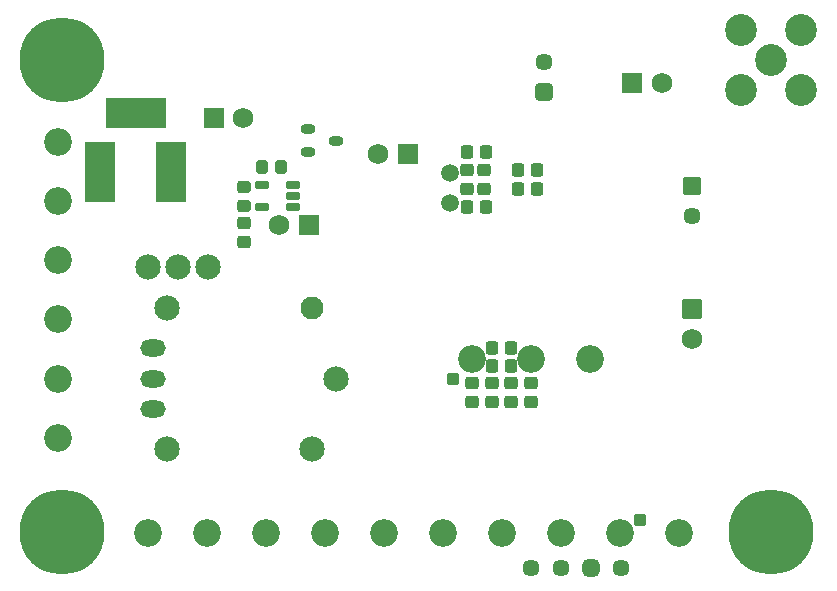
<source format=gbs>
%FSLAX44Y44*%
%MOMM*%
G71*
G01*
G75*
G04 Layer_Color=16711935*
G04:AMPARAMS|DCode=10|XSize=1.6mm|YSize=2mm|CornerRadius=0.248mm|HoleSize=0mm|Usage=FLASHONLY|Rotation=180.000|XOffset=0mm|YOffset=0mm|HoleType=Round|Shape=RoundedRectangle|*
%AMROUNDEDRECTD10*
21,1,1.6000,1.5040,0,0,180.0*
21,1,1.1040,2.0000,0,0,180.0*
1,1,0.4960,-0.5520,0.7520*
1,1,0.4960,0.5520,0.7520*
1,1,0.4960,0.5520,-0.7520*
1,1,0.4960,-0.5520,-0.7520*
%
%ADD10ROUNDEDRECTD10*%
G04:AMPARAMS|DCode=11|XSize=1mm|YSize=0.95mm|CornerRadius=0.1995mm|HoleSize=0mm|Usage=FLASHONLY|Rotation=0.000|XOffset=0mm|YOffset=0mm|HoleType=Round|Shape=RoundedRectangle|*
%AMROUNDEDRECTD11*
21,1,1.0000,0.5510,0,0,0.0*
21,1,0.6010,0.9500,0,0,0.0*
1,1,0.3990,0.3005,-0.2755*
1,1,0.3990,-0.3005,-0.2755*
1,1,0.3990,-0.3005,0.2755*
1,1,0.3990,0.3005,0.2755*
%
%ADD11ROUNDEDRECTD11*%
G04:AMPARAMS|DCode=12|XSize=1.05mm|YSize=0.65mm|CornerRadius=0.2015mm|HoleSize=0mm|Usage=FLASHONLY|Rotation=90.000|XOffset=0mm|YOffset=0mm|HoleType=Round|Shape=RoundedRectangle|*
%AMROUNDEDRECTD12*
21,1,1.0500,0.2470,0,0,90.0*
21,1,0.6470,0.6500,0,0,90.0*
1,1,0.4030,0.1235,0.3235*
1,1,0.4030,0.1235,-0.3235*
1,1,0.4030,-0.1235,-0.3235*
1,1,0.4030,-0.1235,0.3235*
%
%ADD12ROUNDEDRECTD12*%
G04:AMPARAMS|DCode=13|XSize=1mm|YSize=0.9mm|CornerRadius=0.198mm|HoleSize=0mm|Usage=FLASHONLY|Rotation=180.000|XOffset=0mm|YOffset=0mm|HoleType=Round|Shape=RoundedRectangle|*
%AMROUNDEDRECTD13*
21,1,1.0000,0.5040,0,0,180.0*
21,1,0.6040,0.9000,0,0,180.0*
1,1,0.3960,-0.3020,0.2520*
1,1,0.3960,0.3020,0.2520*
1,1,0.3960,0.3020,-0.2520*
1,1,0.3960,-0.3020,-0.2520*
%
%ADD13ROUNDEDRECTD13*%
G04:AMPARAMS|DCode=14|XSize=1.05mm|YSize=0.65mm|CornerRadius=0.2015mm|HoleSize=0mm|Usage=FLASHONLY|Rotation=180.000|XOffset=0mm|YOffset=0mm|HoleType=Round|Shape=RoundedRectangle|*
%AMROUNDEDRECTD14*
21,1,1.0500,0.2470,0,0,180.0*
21,1,0.6470,0.6500,0,0,180.0*
1,1,0.4030,-0.3235,0.1235*
1,1,0.4030,0.3235,0.1235*
1,1,0.4030,0.3235,-0.1235*
1,1,0.4030,-0.3235,-0.1235*
%
%ADD14ROUNDEDRECTD14*%
G04:AMPARAMS|DCode=15|XSize=1mm|YSize=0.9mm|CornerRadius=0.198mm|HoleSize=0mm|Usage=FLASHONLY|Rotation=90.000|XOffset=0mm|YOffset=0mm|HoleType=Round|Shape=RoundedRectangle|*
%AMROUNDEDRECTD15*
21,1,1.0000,0.5040,0,0,90.0*
21,1,0.6040,0.9000,0,0,90.0*
1,1,0.3960,0.2520,0.3020*
1,1,0.3960,0.2520,-0.3020*
1,1,0.3960,-0.2520,-0.3020*
1,1,0.3960,-0.2520,0.3020*
%
%ADD15ROUNDEDRECTD15*%
G04:AMPARAMS|DCode=16|XSize=3.3mm|YSize=2.5mm|CornerRadius=0.2mm|HoleSize=0mm|Usage=FLASHONLY|Rotation=270.000|XOffset=0mm|YOffset=0mm|HoleType=Round|Shape=RoundedRectangle|*
%AMROUNDEDRECTD16*
21,1,3.3000,2.1000,0,0,270.0*
21,1,2.9000,2.5000,0,0,270.0*
1,1,0.4000,-1.0500,-1.4500*
1,1,0.4000,-1.0500,1.4500*
1,1,0.4000,1.0500,1.4500*
1,1,0.4000,1.0500,-1.4500*
%
%ADD16ROUNDEDRECTD16*%
G04:AMPARAMS|DCode=17|XSize=1.45mm|YSize=1.15mm|CornerRadius=0.2013mm|HoleSize=0mm|Usage=FLASHONLY|Rotation=270.000|XOffset=0mm|YOffset=0mm|HoleType=Round|Shape=RoundedRectangle|*
%AMROUNDEDRECTD17*
21,1,1.4500,0.7475,0,0,270.0*
21,1,1.0475,1.1500,0,0,270.0*
1,1,0.4025,-0.3738,-0.5238*
1,1,0.4025,-0.3738,0.5238*
1,1,0.4025,0.3738,0.5238*
1,1,0.4025,0.3738,-0.5238*
%
%ADD17ROUNDEDRECTD17*%
G04:AMPARAMS|DCode=18|XSize=1.2mm|YSize=0.6mm|CornerRadius=0.201mm|HoleSize=0mm|Usage=FLASHONLY|Rotation=270.000|XOffset=0mm|YOffset=0mm|HoleType=Round|Shape=RoundedRectangle|*
%AMROUNDEDRECTD18*
21,1,1.2000,0.1980,0,0,270.0*
21,1,0.7980,0.6000,0,0,270.0*
1,1,0.4020,-0.0990,-0.3990*
1,1,0.4020,-0.0990,0.3990*
1,1,0.4020,0.0990,0.3990*
1,1,0.4020,0.0990,-0.3990*
%
%ADD18ROUNDEDRECTD18*%
G04:AMPARAMS|DCode=19|XSize=1.9mm|YSize=1.2mm|CornerRadius=0.198mm|HoleSize=0mm|Usage=FLASHONLY|Rotation=0.000|XOffset=0mm|YOffset=0mm|HoleType=Round|Shape=RoundedRectangle|*
%AMROUNDEDRECTD19*
21,1,1.9000,0.8040,0,0,0.0*
21,1,1.5040,1.2000,0,0,0.0*
1,1,0.3960,0.7520,-0.4020*
1,1,0.3960,-0.7520,-0.4020*
1,1,0.3960,-0.7520,0.4020*
1,1,0.3960,0.7520,0.4020*
%
%ADD19ROUNDEDRECTD19*%
G04:AMPARAMS|DCode=20|XSize=2.5mm|YSize=1.7mm|CornerRadius=0.204mm|HoleSize=0mm|Usage=FLASHONLY|Rotation=270.000|XOffset=0mm|YOffset=0mm|HoleType=Round|Shape=RoundedRectangle|*
%AMROUNDEDRECTD20*
21,1,2.5000,1.2920,0,0,270.0*
21,1,2.0920,1.7000,0,0,270.0*
1,1,0.4080,-0.6460,-1.0460*
1,1,0.4080,-0.6460,1.0460*
1,1,0.4080,0.6460,1.0460*
1,1,0.4080,0.6460,-1.0460*
%
%ADD20ROUNDEDRECTD20*%
G04:AMPARAMS|DCode=21|XSize=2.7mm|YSize=1.2mm|CornerRadius=0.21mm|HoleSize=0mm|Usage=FLASHONLY|Rotation=90.000|XOffset=0mm|YOffset=0mm|HoleType=Round|Shape=RoundedRectangle|*
%AMROUNDEDRECTD21*
21,1,2.7000,0.7800,0,0,90.0*
21,1,2.2800,1.2000,0,0,90.0*
1,1,0.4200,0.3900,1.1400*
1,1,0.4200,0.3900,-1.1400*
1,1,0.4200,-0.3900,-1.1400*
1,1,0.4200,-0.3900,1.1400*
%
%ADD21ROUNDEDRECTD21*%
G04:AMPARAMS|DCode=22|XSize=1mm|YSize=0.95mm|CornerRadius=0.1995mm|HoleSize=0mm|Usage=FLASHONLY|Rotation=270.000|XOffset=0mm|YOffset=0mm|HoleType=Round|Shape=RoundedRectangle|*
%AMROUNDEDRECTD22*
21,1,1.0000,0.5510,0,0,270.0*
21,1,0.6010,0.9500,0,0,270.0*
1,1,0.3990,-0.2755,-0.3005*
1,1,0.3990,-0.2755,0.3005*
1,1,0.3990,0.2755,0.3005*
1,1,0.3990,0.2755,-0.3005*
%
%ADD22ROUNDEDRECTD22*%
G04:AMPARAMS|DCode=23|XSize=0.7mm|YSize=1mm|CornerRadius=0.175mm|HoleSize=0mm|Usage=FLASHONLY|Rotation=90.000|XOffset=0mm|YOffset=0mm|HoleType=Round|Shape=RoundedRectangle|*
%AMROUNDEDRECTD23*
21,1,0.7000,0.6500,0,0,90.0*
21,1,0.3500,1.0000,0,0,90.0*
1,1,0.3500,0.3250,0.1750*
1,1,0.3500,0.3250,-0.1750*
1,1,0.3500,-0.3250,-0.1750*
1,1,0.3500,-0.3250,0.1750*
%
%ADD23ROUNDEDRECTD23*%
G04:AMPARAMS|DCode=24|XSize=0.8mm|YSize=2mm|CornerRadius=0.2mm|HoleSize=0mm|Usage=FLASHONLY|Rotation=90.000|XOffset=0mm|YOffset=0mm|HoleType=Round|Shape=RoundedRectangle|*
%AMROUNDEDRECTD24*
21,1,0.8000,1.6000,0,0,90.0*
21,1,0.4000,2.0000,0,0,90.0*
1,1,0.4000,0.8000,0.2000*
1,1,0.4000,0.8000,-0.2000*
1,1,0.4000,-0.8000,-0.2000*
1,1,0.4000,-0.8000,0.2000*
%
%ADD24ROUNDEDRECTD24*%
G04:AMPARAMS|DCode=25|XSize=1.45mm|YSize=0.95mm|CornerRadius=0.1995mm|HoleSize=0mm|Usage=FLASHONLY|Rotation=0.000|XOffset=0mm|YOffset=0mm|HoleType=Round|Shape=RoundedRectangle|*
%AMROUNDEDRECTD25*
21,1,1.4500,0.5510,0,0,0.0*
21,1,1.0510,0.9500,0,0,0.0*
1,1,0.3990,0.5255,-0.2755*
1,1,0.3990,-0.5255,-0.2755*
1,1,0.3990,-0.5255,0.2755*
1,1,0.3990,0.5255,0.2755*
%
%ADD25ROUNDEDRECTD25*%
%ADD26O,1.5500X0.6000*%
G04:AMPARAMS|DCode=27|XSize=5.2mm|YSize=2mm|CornerRadius=0.25mm|HoleSize=0mm|Usage=FLASHONLY|Rotation=270.000|XOffset=0mm|YOffset=0mm|HoleType=Round|Shape=RoundedRectangle|*
%AMROUNDEDRECTD27*
21,1,5.2000,1.5000,0,0,270.0*
21,1,4.7000,2.0000,0,0,270.0*
1,1,0.5000,-0.7500,-2.3500*
1,1,0.5000,-0.7500,2.3500*
1,1,0.5000,0.7500,2.3500*
1,1,0.5000,0.7500,-2.3500*
%
%ADD27ROUNDEDRECTD27*%
G04:AMPARAMS|DCode=28|XSize=2.5mm|YSize=1.7mm|CornerRadius=0.204mm|HoleSize=0mm|Usage=FLASHONLY|Rotation=180.000|XOffset=0mm|YOffset=0mm|HoleType=Round|Shape=RoundedRectangle|*
%AMROUNDEDRECTD28*
21,1,2.5000,1.2920,0,0,180.0*
21,1,2.0920,1.7000,0,0,180.0*
1,1,0.4080,-1.0460,0.6460*
1,1,0.4080,1.0460,0.6460*
1,1,0.4080,1.0460,-0.6460*
1,1,0.4080,-1.0460,-0.6460*
%
%ADD28ROUNDEDRECTD28*%
G04:AMPARAMS|DCode=29|XSize=3.3mm|YSize=1.65mm|CornerRadius=0.198mm|HoleSize=0mm|Usage=FLASHONLY|Rotation=180.000|XOffset=0mm|YOffset=0mm|HoleType=Round|Shape=RoundedRectangle|*
%AMROUNDEDRECTD29*
21,1,3.3000,1.2540,0,0,180.0*
21,1,2.9040,1.6500,0,0,180.0*
1,1,0.3960,-1.4520,0.6270*
1,1,0.3960,1.4520,0.6270*
1,1,0.3960,1.4520,-0.6270*
1,1,0.3960,-1.4520,-0.6270*
%
%ADD29ROUNDEDRECTD29*%
G04:AMPARAMS|DCode=30|XSize=1.2mm|YSize=2mm|CornerRadius=0.3mm|HoleSize=0mm|Usage=FLASHONLY|Rotation=270.000|XOffset=0mm|YOffset=0mm|HoleType=Round|Shape=RoundedRectangle|*
%AMROUNDEDRECTD30*
21,1,1.2000,1.4000,0,0,270.0*
21,1,0.6000,2.0000,0,0,270.0*
1,1,0.6000,-0.7000,-0.3000*
1,1,0.6000,-0.7000,0.3000*
1,1,0.6000,0.7000,0.3000*
1,1,0.6000,0.7000,-0.3000*
%
%ADD30ROUNDEDRECTD30*%
%ADD31O,2.5000X0.7000*%
%ADD32O,0.7000X2.5000*%
G04:AMPARAMS|DCode=33|XSize=0.67mm|YSize=0.67mm|CornerRadius=0.1508mm|HoleSize=0mm|Usage=FLASHONLY|Rotation=180.000|XOffset=0mm|YOffset=0mm|HoleType=Round|Shape=RoundedRectangle|*
%AMROUNDEDRECTD33*
21,1,0.6700,0.3685,0,0,180.0*
21,1,0.3685,0.6700,0,0,180.0*
1,1,0.3015,-0.1843,0.1843*
1,1,0.3015,0.1843,0.1843*
1,1,0.3015,0.1843,-0.1843*
1,1,0.3015,-0.1843,-0.1843*
%
%ADD33ROUNDEDRECTD33*%
G04:AMPARAMS|DCode=34|XSize=1.1mm|YSize=0.6mm|CornerRadius=0.201mm|HoleSize=0mm|Usage=FLASHONLY|Rotation=0.000|XOffset=0mm|YOffset=0mm|HoleType=Round|Shape=RoundedRectangle|*
%AMROUNDEDRECTD34*
21,1,1.1000,0.1980,0,0,0.0*
21,1,0.6980,0.6000,0,0,0.0*
1,1,0.4020,0.3490,-0.0990*
1,1,0.4020,-0.3490,-0.0990*
1,1,0.4020,-0.3490,0.0990*
1,1,0.4020,0.3490,0.0990*
%
%ADD34ROUNDEDRECTD34*%
%ADD35O,1.5000X0.5000*%
%ADD36O,0.5000X2.5000*%
G04:AMPARAMS|DCode=37|XSize=0.7mm|YSize=1.5mm|CornerRadius=0.175mm|HoleSize=0mm|Usage=FLASHONLY|Rotation=90.000|XOffset=0mm|YOffset=0mm|HoleType=Round|Shape=RoundedRectangle|*
%AMROUNDEDRECTD37*
21,1,0.7000,1.1500,0,0,90.0*
21,1,0.3500,1.5000,0,0,90.0*
1,1,0.3500,0.5750,0.1750*
1,1,0.3500,0.5750,-0.1750*
1,1,0.3500,-0.5750,-0.1750*
1,1,0.3500,-0.5750,0.1750*
%
%ADD37ROUNDEDRECTD37*%
%ADD38O,2.5000X0.5000*%
%ADD39C,0.5000*%
%ADD40C,0.4000*%
%ADD41C,0.8000*%
%ADD42C,0.6000*%
%ADD43C,0.6500*%
%ADD44C,0.2500*%
%ADD45C,0.7000*%
%ADD46C,1.5000*%
%ADD47C,2.0000*%
%ADD48C,2.0000*%
%ADD49C,2.2000*%
%ADD50C,1.3000*%
G04:AMPARAMS|DCode=51|XSize=1.3mm|YSize=1.3mm|CornerRadius=0.325mm|HoleSize=0mm|Usage=FLASHONLY|Rotation=0.000|XOffset=0mm|YOffset=0mm|HoleType=Round|Shape=RoundedRectangle|*
%AMROUNDEDRECTD51*
21,1,1.3000,0.6500,0,0,0.0*
21,1,0.6500,1.3000,0,0,0.0*
1,1,0.6500,0.3250,-0.3250*
1,1,0.6500,-0.3250,-0.3250*
1,1,0.6500,-0.3250,0.3250*
1,1,0.6500,0.3250,0.3250*
%
%ADD51ROUNDEDRECTD51*%
G04:AMPARAMS|DCode=52|XSize=1.3mm|YSize=1.3mm|CornerRadius=0.1625mm|HoleSize=0mm|Usage=FLASHONLY|Rotation=270.000|XOffset=0mm|YOffset=0mm|HoleType=Round|Shape=RoundedRectangle|*
%AMROUNDEDRECTD52*
21,1,1.3000,0.9750,0,0,270.0*
21,1,0.9750,1.3000,0,0,270.0*
1,1,0.3250,-0.4875,-0.4875*
1,1,0.3250,-0.4875,0.4875*
1,1,0.3250,0.4875,0.4875*
1,1,0.3250,0.4875,-0.4875*
%
%ADD52ROUNDEDRECTD52*%
%ADD53R,2.5000X5.0000*%
%ADD54R,5.0000X2.5000*%
%ADD55O,2.0000X1.3000*%
%ADD56R,1.6000X1.6000*%
%ADD57C,1.6000*%
G04:AMPARAMS|DCode=58|XSize=1.6mm|YSize=1.6mm|CornerRadius=0.2mm|HoleSize=0mm|Usage=FLASHONLY|Rotation=270.000|XOffset=0mm|YOffset=0mm|HoleType=Round|Shape=RoundedRectangle|*
%AMROUNDEDRECTD58*
21,1,1.6000,1.2000,0,0,270.0*
21,1,1.2000,1.6000,0,0,270.0*
1,1,0.4000,-0.6000,-0.6000*
1,1,0.4000,-0.6000,0.6000*
1,1,0.4000,0.6000,0.6000*
1,1,0.4000,0.6000,-0.6000*
%
%ADD58ROUNDEDRECTD58*%
%ADD59C,1.8000*%
G04:AMPARAMS|DCode=60|XSize=1.4mm|YSize=1.4mm|CornerRadius=0.175mm|HoleSize=0mm|Usage=FLASHONLY|Rotation=270.000|XOffset=0mm|YOffset=0mm|HoleType=Round|Shape=RoundedRectangle|*
%AMROUNDEDRECTD60*
21,1,1.4000,1.0500,0,0,270.0*
21,1,1.0500,1.4000,0,0,270.0*
1,1,0.3500,-0.5250,-0.5250*
1,1,0.3500,-0.5250,0.5250*
1,1,0.3500,0.5250,0.5250*
1,1,0.3500,0.5250,-0.5250*
%
%ADD60ROUNDEDRECTD60*%
%ADD61C,2.5000*%
G04:AMPARAMS|DCode=62|XSize=1mm|YSize=1mm|CornerRadius=0.25mm|HoleSize=0mm|Usage=FLASHONLY|Rotation=180.000|XOffset=0mm|YOffset=0mm|HoleType=Round|Shape=RoundedRectangle|*
%AMROUNDEDRECTD62*
21,1,1.0000,0.5000,0,0,180.0*
21,1,0.5000,1.0000,0,0,180.0*
1,1,0.5000,-0.2500,0.2500*
1,1,0.5000,0.2500,0.2500*
1,1,0.5000,0.2500,-0.2500*
1,1,0.5000,-0.2500,-0.2500*
%
%ADD62ROUNDEDRECTD62*%
%ADD63C,7.0000*%
%ADD64C,1.0000*%
G04:AMPARAMS|DCode=65|XSize=0.7mm|YSize=2.5mm|CornerRadius=0.175mm|HoleSize=0mm|Usage=FLASHONLY|Rotation=270.000|XOffset=0mm|YOffset=0mm|HoleType=Round|Shape=RoundedRectangle|*
%AMROUNDEDRECTD65*
21,1,0.7000,2.1500,0,0,270.0*
21,1,0.3500,2.5000,0,0,270.0*
1,1,0.3500,-1.0750,-0.1750*
1,1,0.3500,-1.0750,0.1750*
1,1,0.3500,1.0750,0.1750*
1,1,0.3500,1.0750,-0.1750*
%
%ADD65ROUNDEDRECTD65*%
%ADD66C,0.2000*%
%ADD67C,0.3000*%
%ADD68C,0.1500*%
%ADD69C,0.1000*%
%ADD70C,0.2540*%
G04:AMPARAMS|DCode=71|XSize=1.75mm|YSize=2.15mm|CornerRadius=0.323mm|HoleSize=0mm|Usage=FLASHONLY|Rotation=180.000|XOffset=0mm|YOffset=0mm|HoleType=Round|Shape=RoundedRectangle|*
%AMROUNDEDRECTD71*
21,1,1.7500,1.5040,0,0,180.0*
21,1,1.1040,2.1500,0,0,180.0*
1,1,0.6460,-0.5520,0.7520*
1,1,0.6460,0.5520,0.7520*
1,1,0.6460,0.5520,-0.7520*
1,1,0.6460,-0.5520,-0.7520*
%
%ADD71ROUNDEDRECTD71*%
G04:AMPARAMS|DCode=72|XSize=1.15mm|YSize=1.1mm|CornerRadius=0.2745mm|HoleSize=0mm|Usage=FLASHONLY|Rotation=0.000|XOffset=0mm|YOffset=0mm|HoleType=Round|Shape=RoundedRectangle|*
%AMROUNDEDRECTD72*
21,1,1.1500,0.5510,0,0,0.0*
21,1,0.6010,1.1000,0,0,0.0*
1,1,0.5490,0.3005,-0.2755*
1,1,0.5490,-0.3005,-0.2755*
1,1,0.5490,-0.3005,0.2755*
1,1,0.5490,0.3005,0.2755*
%
%ADD72ROUNDEDRECTD72*%
G04:AMPARAMS|DCode=73|XSize=1.2mm|YSize=0.8mm|CornerRadius=0.2765mm|HoleSize=0mm|Usage=FLASHONLY|Rotation=90.000|XOffset=0mm|YOffset=0mm|HoleType=Round|Shape=RoundedRectangle|*
%AMROUNDEDRECTD73*
21,1,1.2000,0.2470,0,0,90.0*
21,1,0.6470,0.8000,0,0,90.0*
1,1,0.5530,0.1235,0.3235*
1,1,0.5530,0.1235,-0.3235*
1,1,0.5530,-0.1235,-0.3235*
1,1,0.5530,-0.1235,0.3235*
%
%ADD73ROUNDEDRECTD73*%
G04:AMPARAMS|DCode=74|XSize=1.15mm|YSize=1.05mm|CornerRadius=0.273mm|HoleSize=0mm|Usage=FLASHONLY|Rotation=180.000|XOffset=0mm|YOffset=0mm|HoleType=Round|Shape=RoundedRectangle|*
%AMROUNDEDRECTD74*
21,1,1.1500,0.5040,0,0,180.0*
21,1,0.6040,1.0500,0,0,180.0*
1,1,0.5460,-0.3020,0.2520*
1,1,0.5460,0.3020,0.2520*
1,1,0.5460,0.3020,-0.2520*
1,1,0.5460,-0.3020,-0.2520*
%
%ADD74ROUNDEDRECTD74*%
G04:AMPARAMS|DCode=75|XSize=1.2mm|YSize=0.8mm|CornerRadius=0.2765mm|HoleSize=0mm|Usage=FLASHONLY|Rotation=180.000|XOffset=0mm|YOffset=0mm|HoleType=Round|Shape=RoundedRectangle|*
%AMROUNDEDRECTD75*
21,1,1.2000,0.2470,0,0,180.0*
21,1,0.6470,0.8000,0,0,180.0*
1,1,0.5530,-0.3235,0.1235*
1,1,0.5530,0.3235,0.1235*
1,1,0.5530,0.3235,-0.1235*
1,1,0.5530,-0.3235,-0.1235*
%
%ADD75ROUNDEDRECTD75*%
G04:AMPARAMS|DCode=76|XSize=1.15mm|YSize=1.05mm|CornerRadius=0.273mm|HoleSize=0mm|Usage=FLASHONLY|Rotation=90.000|XOffset=0mm|YOffset=0mm|HoleType=Round|Shape=RoundedRectangle|*
%AMROUNDEDRECTD76*
21,1,1.1500,0.5040,0,0,90.0*
21,1,0.6040,1.0500,0,0,90.0*
1,1,0.5460,0.2520,0.3020*
1,1,0.5460,0.2520,-0.3020*
1,1,0.5460,-0.2520,-0.3020*
1,1,0.5460,-0.2520,0.3020*
%
%ADD76ROUNDEDRECTD76*%
G04:AMPARAMS|DCode=77|XSize=3.45mm|YSize=2.65mm|CornerRadius=0.275mm|HoleSize=0mm|Usage=FLASHONLY|Rotation=270.000|XOffset=0mm|YOffset=0mm|HoleType=Round|Shape=RoundedRectangle|*
%AMROUNDEDRECTD77*
21,1,3.4500,2.1000,0,0,270.0*
21,1,2.9000,2.6500,0,0,270.0*
1,1,0.5500,-1.0500,-1.4500*
1,1,0.5500,-1.0500,1.4500*
1,1,0.5500,1.0500,1.4500*
1,1,0.5500,1.0500,-1.4500*
%
%ADD77ROUNDEDRECTD77*%
G04:AMPARAMS|DCode=78|XSize=1.6mm|YSize=1.3mm|CornerRadius=0.2763mm|HoleSize=0mm|Usage=FLASHONLY|Rotation=270.000|XOffset=0mm|YOffset=0mm|HoleType=Round|Shape=RoundedRectangle|*
%AMROUNDEDRECTD78*
21,1,1.6000,0.7475,0,0,270.0*
21,1,1.0475,1.3000,0,0,270.0*
1,1,0.5525,-0.3738,-0.5238*
1,1,0.5525,-0.3738,0.5238*
1,1,0.5525,0.3738,0.5238*
1,1,0.5525,0.3738,-0.5238*
%
%ADD78ROUNDEDRECTD78*%
G04:AMPARAMS|DCode=79|XSize=1.35mm|YSize=0.75mm|CornerRadius=0.276mm|HoleSize=0mm|Usage=FLASHONLY|Rotation=270.000|XOffset=0mm|YOffset=0mm|HoleType=Round|Shape=RoundedRectangle|*
%AMROUNDEDRECTD79*
21,1,1.3500,0.1980,0,0,270.0*
21,1,0.7980,0.7500,0,0,270.0*
1,1,0.5520,-0.0990,-0.3990*
1,1,0.5520,-0.0990,0.3990*
1,1,0.5520,0.0990,0.3990*
1,1,0.5520,0.0990,-0.3990*
%
%ADD79ROUNDEDRECTD79*%
G04:AMPARAMS|DCode=80|XSize=2.05mm|YSize=1.35mm|CornerRadius=0.273mm|HoleSize=0mm|Usage=FLASHONLY|Rotation=0.000|XOffset=0mm|YOffset=0mm|HoleType=Round|Shape=RoundedRectangle|*
%AMROUNDEDRECTD80*
21,1,2.0500,0.8040,0,0,0.0*
21,1,1.5040,1.3500,0,0,0.0*
1,1,0.5460,0.7520,-0.4020*
1,1,0.5460,-0.7520,-0.4020*
1,1,0.5460,-0.7520,0.4020*
1,1,0.5460,0.7520,0.4020*
%
%ADD80ROUNDEDRECTD80*%
G04:AMPARAMS|DCode=81|XSize=2.65mm|YSize=1.85mm|CornerRadius=0.279mm|HoleSize=0mm|Usage=FLASHONLY|Rotation=270.000|XOffset=0mm|YOffset=0mm|HoleType=Round|Shape=RoundedRectangle|*
%AMROUNDEDRECTD81*
21,1,2.6500,1.2920,0,0,270.0*
21,1,2.0920,1.8500,0,0,270.0*
1,1,0.5580,-0.6460,-1.0460*
1,1,0.5580,-0.6460,1.0460*
1,1,0.5580,0.6460,1.0460*
1,1,0.5580,0.6460,-1.0460*
%
%ADD81ROUNDEDRECTD81*%
G04:AMPARAMS|DCode=82|XSize=2.85mm|YSize=1.35mm|CornerRadius=0.285mm|HoleSize=0mm|Usage=FLASHONLY|Rotation=90.000|XOffset=0mm|YOffset=0mm|HoleType=Round|Shape=RoundedRectangle|*
%AMROUNDEDRECTD82*
21,1,2.8500,0.7800,0,0,90.0*
21,1,2.2800,1.3500,0,0,90.0*
1,1,0.5700,0.3900,1.1400*
1,1,0.5700,0.3900,-1.1400*
1,1,0.5700,-0.3900,-1.1400*
1,1,0.5700,-0.3900,1.1400*
%
%ADD82ROUNDEDRECTD82*%
G04:AMPARAMS|DCode=83|XSize=1.15mm|YSize=1.1mm|CornerRadius=0.2745mm|HoleSize=0mm|Usage=FLASHONLY|Rotation=270.000|XOffset=0mm|YOffset=0mm|HoleType=Round|Shape=RoundedRectangle|*
%AMROUNDEDRECTD83*
21,1,1.1500,0.5510,0,0,270.0*
21,1,0.6010,1.1000,0,0,270.0*
1,1,0.5490,-0.2755,-0.3005*
1,1,0.5490,-0.2755,0.3005*
1,1,0.5490,0.2755,0.3005*
1,1,0.5490,0.2755,-0.3005*
%
%ADD83ROUNDEDRECTD83*%
G04:AMPARAMS|DCode=84|XSize=0.9032mm|YSize=1.2032mm|CornerRadius=0.2766mm|HoleSize=0mm|Usage=FLASHONLY|Rotation=90.000|XOffset=0mm|YOffset=0mm|HoleType=Round|Shape=RoundedRectangle|*
%AMROUNDEDRECTD84*
21,1,0.9032,0.6500,0,0,90.0*
21,1,0.3500,1.2032,0,0,90.0*
1,1,0.5532,0.3250,0.1750*
1,1,0.5532,0.3250,-0.1750*
1,1,0.5532,-0.3250,-0.1750*
1,1,0.5532,-0.3250,0.1750*
%
%ADD84ROUNDEDRECTD84*%
G04:AMPARAMS|DCode=85|XSize=1.0032mm|YSize=2.2032mm|CornerRadius=0.3016mm|HoleSize=0mm|Usage=FLASHONLY|Rotation=90.000|XOffset=0mm|YOffset=0mm|HoleType=Round|Shape=RoundedRectangle|*
%AMROUNDEDRECTD85*
21,1,1.0032,1.6000,0,0,90.0*
21,1,0.4000,2.2032,0,0,90.0*
1,1,0.6032,0.8000,0.2000*
1,1,0.6032,0.8000,-0.2000*
1,1,0.6032,-0.8000,-0.2000*
1,1,0.6032,-0.8000,0.2000*
%
%ADD85ROUNDEDRECTD85*%
G04:AMPARAMS|DCode=86|XSize=1.55mm|YSize=1.05mm|CornerRadius=0.2495mm|HoleSize=0mm|Usage=FLASHONLY|Rotation=0.000|XOffset=0mm|YOffset=0mm|HoleType=Round|Shape=RoundedRectangle|*
%AMROUNDEDRECTD86*
21,1,1.5500,0.5510,0,0,0.0*
21,1,1.0510,1.0500,0,0,0.0*
1,1,0.4990,0.5255,-0.2755*
1,1,0.4990,-0.5255,-0.2755*
1,1,0.4990,-0.5255,0.2755*
1,1,0.4990,0.5255,0.2755*
%
%ADD86ROUNDEDRECTD86*%
%ADD87O,1.7000X0.7500*%
G04:AMPARAMS|DCode=88|XSize=5.35mm|YSize=2.15mm|CornerRadius=0.325mm|HoleSize=0mm|Usage=FLASHONLY|Rotation=270.000|XOffset=0mm|YOffset=0mm|HoleType=Round|Shape=RoundedRectangle|*
%AMROUNDEDRECTD88*
21,1,5.3500,1.5000,0,0,270.0*
21,1,4.7000,2.1500,0,0,270.0*
1,1,0.6500,-0.7500,-2.3500*
1,1,0.6500,-0.7500,2.3500*
1,1,0.6500,0.7500,2.3500*
1,1,0.6500,0.7500,-2.3500*
%
%ADD88ROUNDEDRECTD88*%
G04:AMPARAMS|DCode=89|XSize=2.65mm|YSize=1.85mm|CornerRadius=0.279mm|HoleSize=0mm|Usage=FLASHONLY|Rotation=180.000|XOffset=0mm|YOffset=0mm|HoleType=Round|Shape=RoundedRectangle|*
%AMROUNDEDRECTD89*
21,1,2.6500,1.2920,0,0,180.0*
21,1,2.0920,1.8500,0,0,180.0*
1,1,0.5580,-1.0460,0.6460*
1,1,0.5580,1.0460,0.6460*
1,1,0.5580,1.0460,-0.6460*
1,1,0.5580,-1.0460,-0.6460*
%
%ADD89ROUNDEDRECTD89*%
G04:AMPARAMS|DCode=90|XSize=3.45mm|YSize=1.8mm|CornerRadius=0.273mm|HoleSize=0mm|Usage=FLASHONLY|Rotation=180.000|XOffset=0mm|YOffset=0mm|HoleType=Round|Shape=RoundedRectangle|*
%AMROUNDEDRECTD90*
21,1,3.4500,1.2540,0,0,180.0*
21,1,2.9040,1.8000,0,0,180.0*
1,1,0.5460,-1.4520,0.6270*
1,1,0.5460,1.4520,0.6270*
1,1,0.5460,1.4520,-0.6270*
1,1,0.5460,-1.4520,-0.6270*
%
%ADD90ROUNDEDRECTD90*%
G04:AMPARAMS|DCode=91|XSize=1.3mm|YSize=2.1mm|CornerRadius=0.35mm|HoleSize=0mm|Usage=FLASHONLY|Rotation=270.000|XOffset=0mm|YOffset=0mm|HoleType=Round|Shape=RoundedRectangle|*
%AMROUNDEDRECTD91*
21,1,1.3000,1.4000,0,0,270.0*
21,1,0.6000,2.1000,0,0,270.0*
1,1,0.7000,-0.7000,-0.3000*
1,1,0.7000,-0.7000,0.3000*
1,1,0.7000,0.7000,0.3000*
1,1,0.7000,0.7000,-0.3000*
%
%ADD91ROUNDEDRECTD91*%
%ADD92O,2.6500X0.8500*%
%ADD93O,0.8500X2.6500*%
G04:AMPARAMS|DCode=94|XSize=0.77mm|YSize=0.77mm|CornerRadius=0.2008mm|HoleSize=0mm|Usage=FLASHONLY|Rotation=180.000|XOffset=0mm|YOffset=0mm|HoleType=Round|Shape=RoundedRectangle|*
%AMROUNDEDRECTD94*
21,1,0.7700,0.3685,0,0,180.0*
21,1,0.3685,0.7700,0,0,180.0*
1,1,0.4015,-0.1843,0.1843*
1,1,0.4015,0.1843,0.1843*
1,1,0.4015,0.1843,-0.1843*
1,1,0.4015,-0.1843,-0.1843*
%
%ADD94ROUNDEDRECTD94*%
G04:AMPARAMS|DCode=95|XSize=1.25mm|YSize=0.75mm|CornerRadius=0.276mm|HoleSize=0mm|Usage=FLASHONLY|Rotation=0.000|XOffset=0mm|YOffset=0mm|HoleType=Round|Shape=RoundedRectangle|*
%AMROUNDEDRECTD95*
21,1,1.2500,0.1980,0,0,0.0*
21,1,0.6980,0.7500,0,0,0.0*
1,1,0.5520,0.3490,-0.0990*
1,1,0.5520,-0.3490,-0.0990*
1,1,0.5520,-0.3490,0.0990*
1,1,0.5520,0.3490,0.0990*
%
%ADD95ROUNDEDRECTD95*%
%ADD96C,2.1500*%
%ADD97C,2.3500*%
%ADD98C,1.4500*%
G04:AMPARAMS|DCode=99|XSize=1.45mm|YSize=1.45mm|CornerRadius=0.4mm|HoleSize=0mm|Usage=FLASHONLY|Rotation=0.000|XOffset=0mm|YOffset=0mm|HoleType=Round|Shape=RoundedRectangle|*
%AMROUNDEDRECTD99*
21,1,1.4500,0.6500,0,0,0.0*
21,1,0.6500,1.4500,0,0,0.0*
1,1,0.8000,0.3250,-0.3250*
1,1,0.8000,-0.3250,-0.3250*
1,1,0.8000,-0.3250,0.3250*
1,1,0.8000,0.3250,0.3250*
%
%ADD99ROUNDEDRECTD99*%
G04:AMPARAMS|DCode=100|XSize=1.45mm|YSize=1.45mm|CornerRadius=0.2375mm|HoleSize=0mm|Usage=FLASHONLY|Rotation=270.000|XOffset=0mm|YOffset=0mm|HoleType=Round|Shape=RoundedRectangle|*
%AMROUNDEDRECTD100*
21,1,1.4500,0.9750,0,0,270.0*
21,1,0.9750,1.4500,0,0,270.0*
1,1,0.4750,-0.4875,-0.4875*
1,1,0.4750,-0.4875,0.4875*
1,1,0.4750,0.4875,0.4875*
1,1,0.4750,0.4875,-0.4875*
%
%ADD100ROUNDEDRECTD100*%
%ADD101R,2.6500X5.1500*%
%ADD102R,5.1500X2.6500*%
%ADD103O,2.1500X1.4500*%
%ADD104R,1.7500X1.7500*%
%ADD105C,1.7500*%
G04:AMPARAMS|DCode=106|XSize=1.75mm|YSize=1.75mm|CornerRadius=0.275mm|HoleSize=0mm|Usage=FLASHONLY|Rotation=270.000|XOffset=0mm|YOffset=0mm|HoleType=Round|Shape=RoundedRectangle|*
%AMROUNDEDRECTD106*
21,1,1.7500,1.2000,0,0,270.0*
21,1,1.2000,1.7500,0,0,270.0*
1,1,0.5500,-0.6000,-0.6000*
1,1,0.5500,-0.6000,0.6000*
1,1,0.5500,0.6000,0.6000*
1,1,0.5500,0.6000,-0.6000*
%
%ADD106ROUNDEDRECTD106*%
%ADD107C,1.9500*%
G04:AMPARAMS|DCode=108|XSize=1.55mm|YSize=1.55mm|CornerRadius=0.25mm|HoleSize=0mm|Usage=FLASHONLY|Rotation=270.000|XOffset=0mm|YOffset=0mm|HoleType=Round|Shape=RoundedRectangle|*
%AMROUNDEDRECTD108*
21,1,1.5500,1.0500,0,0,270.0*
21,1,1.0500,1.5500,0,0,270.0*
1,1,0.5000,-0.5250,-0.5250*
1,1,0.5000,-0.5250,0.5250*
1,1,0.5000,0.5250,0.5250*
1,1,0.5000,0.5250,-0.5250*
%
%ADD108ROUNDEDRECTD108*%
%ADD109C,2.7032*%
G04:AMPARAMS|DCode=110|XSize=1.1mm|YSize=1.1mm|CornerRadius=0.3mm|HoleSize=0mm|Usage=FLASHONLY|Rotation=180.000|XOffset=0mm|YOffset=0mm|HoleType=Round|Shape=RoundedRectangle|*
%AMROUNDEDRECTD110*
21,1,1.1000,0.5000,0,0,180.0*
21,1,0.5000,1.1000,0,0,180.0*
1,1,0.6000,-0.2500,0.2500*
1,1,0.6000,0.2500,0.2500*
1,1,0.6000,0.2500,-0.2500*
1,1,0.6000,-0.2500,-0.2500*
%
%ADD110ROUNDEDRECTD110*%
%ADD111C,7.2032*%
%ADD112C,1.5032*%
D72*
X397000Y176000D02*
D03*
Y160000D02*
D03*
X414000Y176000D02*
D03*
Y160000D02*
D03*
X407250Y356499D02*
D03*
Y340499D02*
D03*
X392196Y356499D02*
D03*
Y340499D02*
D03*
X447000Y160000D02*
D03*
Y176000D02*
D03*
X430000Y160000D02*
D03*
Y176000D02*
D03*
X203750Y295750D02*
D03*
Y311750D02*
D03*
D74*
Y326500D02*
D03*
Y342500D02*
D03*
D75*
X281250Y381500D02*
D03*
X258250Y391000D02*
D03*
Y372000D02*
D03*
D76*
X219250Y359500D02*
D03*
X235250D02*
D03*
D83*
X436000Y340500D02*
D03*
X452000D02*
D03*
X392250Y325500D02*
D03*
X408250D02*
D03*
X430000Y206000D02*
D03*
X414000D02*
D03*
X430000Y191000D02*
D03*
X414000D02*
D03*
X408250Y371500D02*
D03*
X392250D02*
D03*
X452000Y356500D02*
D03*
X436000D02*
D03*
D95*
X245250Y344000D02*
D03*
Y334500D02*
D03*
Y325000D02*
D03*
X219250D02*
D03*
Y344000D02*
D03*
D96*
X173500Y274500D02*
D03*
X148000D02*
D03*
X122500D02*
D03*
X138500Y240000D02*
D03*
Y120000D02*
D03*
X281500Y180000D02*
D03*
X261500Y120000D02*
D03*
D97*
X572000Y49500D02*
D03*
X522000D02*
D03*
X372000D02*
D03*
X322000D02*
D03*
X472000D02*
D03*
X422000D02*
D03*
X46500Y380000D02*
D03*
Y330000D02*
D03*
Y280000D02*
D03*
X272000Y49500D02*
D03*
X222000D02*
D03*
X46500Y230000D02*
D03*
Y180000D02*
D03*
Y130000D02*
D03*
X122000Y49500D02*
D03*
X172000D02*
D03*
X397000Y196189D02*
D03*
X497000D02*
D03*
X447000D02*
D03*
D98*
X522600Y20000D02*
D03*
X471800D02*
D03*
X446400D02*
D03*
X457444Y447700D02*
D03*
X582751Y317784D02*
D03*
D99*
X497200Y20000D02*
D03*
D100*
X457444Y422300D02*
D03*
D101*
X142000Y355000D02*
D03*
X82000D02*
D03*
D102*
X112000Y405000D02*
D03*
D103*
X126500Y154500D02*
D03*
Y180000D02*
D03*
Y205500D02*
D03*
D104*
X532500Y430000D02*
D03*
X342500Y370000D02*
D03*
X178151Y401000D02*
D03*
X258707Y310000D02*
D03*
D105*
X557500Y430000D02*
D03*
X582751Y213500D02*
D03*
X317500Y370000D02*
D03*
X203151Y401000D02*
D03*
X233707Y310000D02*
D03*
D106*
X582751Y238500D02*
D03*
D107*
X261500Y240000D02*
D03*
D108*
X582751Y342784D02*
D03*
D109*
X624600Y424600D02*
D03*
Y475400D02*
D03*
X675400D02*
D03*
X650000Y450000D02*
D03*
X675400Y424600D02*
D03*
D110*
X539000Y60000D02*
D03*
X381000Y180000D02*
D03*
D111*
X50000Y50000D02*
D03*
Y450000D02*
D03*
X650000Y50000D02*
D03*
D112*
X378000Y328300D02*
D03*
Y353700D02*
D03*
M02*

</source>
